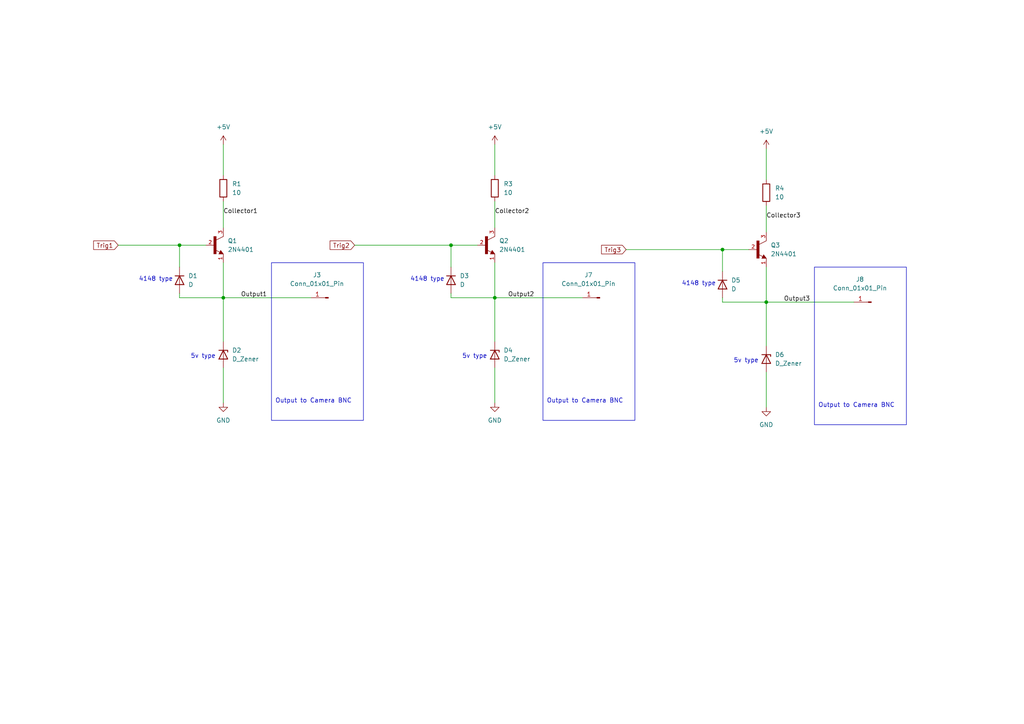
<source format=kicad_sch>
(kicad_sch (version 20250114) (generator "eeschema") (generator_version "9.0")
  (paper "A4")
  (lib_symbols
    (symbol "2N4401:2N4401" (pin_names (offset 1.016))
      (property "Reference" "Q" (at 3.81 0 0))
      (property "Value" "2N4401" (at 3.81 -2.54 0))
      (symbol "2N4401_0_0"
        (rectangle (start -0.254 -2.54) (end 0.508 2.54) (stroke (width 0.1)) (fill (type outline)))
        (polyline (pts (xy 1.27 -2.54) (xy 1.778 -1.524)) (stroke (width 0.1524)))
        (polyline (pts (xy 1.524 -2.286) (xy 1.905 -2.286)) (stroke (width 0.254)))
        (polyline (pts (xy 1.524 -2.413) (xy 2.286 -2.413)) (stroke (width 0.254)))
        (polyline (pts (xy 1.54 -2.04) (xy 0.308 -1.424)) (stroke (width 0.1524)))
        (polyline (pts (xy 1.778 -1.524) (xy 2.54 -2.54)) (stroke (width 0.1524)))
        (polyline (pts (xy 1.778 -1.778) (xy 1.524 -2.286)) (stroke (width 0.254)))
        (polyline (pts (xy 1.905 -2.286) (xy 1.778 -2.032)) (stroke (width 0.254)))
        (polyline (pts (xy 2.286 -2.413) (xy 1.778 -1.778)) (stroke (width 0.254)))
        (polyline (pts (xy 2.54 2.54) (xy 0.508 1.524)) (stroke (width 0.1524)))
        (polyline (pts (xy 2.54 -2.54) (xy 1.27 -2.54)) (stroke (width 0.1524)))
        (pin passive line (at -2.54 0 0) (length 2.54) (name "~") (number "2"))
        (pin passive line (at 2.54 5.08 270) (length 2.54) (name "~") (number "3"))
        (pin passive line (at 2.54 -5.08 90) (length 2.54) (name "~") (number "1"))
      )
    )
    (symbol "Connector:Conn_01x01_Pin" (pin_names (offset 1.016) (hide yes))
      (property "Reference" "J" (at 0 2.54 0))
      (property "Value" "Conn_01x01_Pin" (at 0 -2.54 0))
      (symbol "Conn_01x01_Pin_1_1"
        (rectangle (start 0.8636 0.127) (end 0 -0.127) (stroke (width 0.1524)) (fill (type outline)))
        (polyline (pts (xy 1.27 0) (xy 0.8636 0)) (stroke (width 0.1524)))
        (pin passive line (at 5.08 0 180) (length 3.81) (name "Pin_1") (number "1"))
      )
    )
    (symbol "Device:D" (pin_numbers (hide yes)) (pin_names (offset 1.016) (hide yes))
      (property "Reference" "D" (at 0 2.54 0))
      (property "Value" "D" (at 0 -2.54 0))
      (symbol "D_0_1"
        (polyline (pts (xy -1.27 1.27) (xy -1.27 -1.27)) (stroke (width 0.254)))
        (polyline (pts (xy 1.27 1.27) (xy 1.27 -1.27) (xy -1.27 0) (xy 1.27 1.27)) (stroke (width 0.254)))
        (polyline (pts (xy 1.27 0) (xy -1.27 0)))
      )
      (symbol "D_1_1"
        (pin passive line (at -3.81 0 0) (length 2.54) (name "K") (number "1"))
        (pin passive line (at 3.81 0 180) (length 2.54) (name "A") (number "2"))
      )
    )
    (symbol "Device:D_Zener" (pin_numbers (hide yes)) (pin_names (offset 1.016) (hide yes))
      (property "Reference" "D" (at 0 2.54 0))
      (property "Value" "D_Zener" (at 0 -2.54 0))
      (symbol "D_Zener_0_1"
        (polyline (pts (xy -1.27 -1.27) (xy -1.27 1.27) (xy -0.762 1.27)) (stroke (width 0.254)))
        (polyline (pts (xy 1.27 0) (xy -1.27 0)))
        (polyline (pts (xy 1.27 -1.27) (xy 1.27 1.27) (xy -1.27 0) (xy 1.27 -1.27)) (stroke (width 0.254)))
      )
      (symbol "D_Zener_1_1"
        (pin passive line (at -3.81 0 0) (length 2.54) (name "K") (number "1"))
        (pin passive line (at 3.81 0 180) (length 2.54) (name "A") (number "2"))
      )
    )
    (symbol "Device:R" (pin_numbers (hide yes)) (pin_names (offset 0))
      (property "Reference" "R" (at 2.032 0 90))
      (property "Value" "R" (at 0 0 90))
      (symbol "R_0_1"
        (rectangle (start -1.016 -2.54) (end 1.016 2.54) (stroke (width 0.254)))
      )
      (symbol "R_1_1"
        (pin passive line (at 0 3.81 270) (length 1.27) (name "~") (number "1"))
        (pin passive line (at 0 -3.81 90) (length 1.27) (name "~") (number "2"))
      )
    )
    (symbol "power:+5V" (power) (pin_numbers (hide yes)) (pin_names (offset 0) (hide yes))
      (property "Value" "+5V" (at 0 3.556 0))
      (symbol "+5V_0_1"
        (polyline (pts (xy -0.762 1.27) (xy 0 2.54)))
        (polyline (pts (xy 0 2.54) (xy 0.762 1.27)))
        (polyline (pts (xy 0 0) (xy 0 2.54)))
      )
      (symbol "+5V_1_1"
        (pin power_in line (at 0 0 90) (length 0) (name "~") (number "1"))
      )
    )
    (symbol "power:GND" (power) (pin_numbers (hide yes)) (pin_names (offset 0) (hide yes))
      (property "Value" "GND" (at 0 -3.81 0))
      (symbol "GND_0_1"
        (polyline (pts (xy 0 0) (xy 0 -1.27) (xy 1.27 -1.27) (xy 0 -2.54) (xy -1.27 -1.27) (xy 0 -1.27)))
      )
      (symbol "GND_1_1"
        (pin power_in line (at 0 0 270) (length 0) (name "~") (number "1"))
      )
    )
  )
  (rectangle (start 236.22 77.47) (end 262.89 123.19))
  (rectangle (start 157.48 76.2) (end 184.15 121.92))
  (rectangle (start 78.74 76.2) (end 105.41 121.92))
  (text "5v type" (at 58.928 103.378 0) (effects (font (size 1.27 1.27))))
  (text "4148 type" (at 45.212 81.026 0) (effects (font (size 1.27 1.27))))
  (text "Output to Camera BNC" (at 248.412 117.602 0) (effects (font (size 1.27 1.27))))
  (text "Output to Camera BNC" (at 90.932 116.332 0) (effects (font (size 1.27 1.27))))
  (text "4148 type" (at 123.952 81.026 0) (effects (font (size 1.27 1.27))))
  (text "5v type" (at 216.408 104.648 0) (effects (font (size 1.27 1.27))))
  (text "5v type" (at 137.668 103.378 0) (effects (font (size 1.27 1.27))))
  (text "Output to Camera BNC" (at 169.672 116.332 0) (effects (font (size 1.27 1.27))))
  (text "4148 type" (at 202.692 82.296 0) (effects (font (size 1.27 1.27))))
  (junction (at 64.77 86.36))
  (junction (at 222.25 87.63))
  (junction (at 130.81 71.12))
  (junction (at 52.07 71.12))
  (junction (at 143.51 86.36))
  (junction (at 209.55 72.39))
  (wire (pts (xy 64.77 86.36) (xy 64.77 99.06)))
  (wire (pts (xy 64.77 41.91) (xy 64.77 50.8)))
  (wire (pts (xy 130.81 71.12) (xy 138.43 71.12)))
  (wire (pts (xy 102.87 71.12) (xy 130.81 71.12)))
  (wire (pts (xy 52.07 71.12) (xy 59.69 71.12)))
  (wire (pts (xy 181.61 72.39) (xy 209.55 72.39)))
  (wire (pts (xy 222.25 43.18) (xy 222.25 52.07)))
  (wire (pts (xy 64.77 76.2) (xy 64.77 86.36)))
  (wire (pts (xy 143.51 76.2) (xy 143.51 86.36)))
  (wire (pts (xy 143.51 58.42) (xy 143.51 66.04)))
  (wire (pts (xy 143.51 86.36) (xy 143.51 99.06)))
  (wire (pts (xy 52.07 71.12) (xy 52.07 77.47)))
  (wire (pts (xy 209.55 72.39) (xy 209.55 78.74)))
  (wire (pts (xy 222.25 59.69) (xy 222.25 67.31)))
  (wire (pts (xy 222.25 87.63) (xy 222.25 100.33)))
  (wire (pts (xy 209.55 86.36) (xy 209.55 87.63)))
  (wire (pts (xy 64.77 58.42) (xy 64.77 66.04)))
  (wire (pts (xy 209.55 87.63) (xy 222.25 87.63)))
  (wire (pts (xy 143.51 41.91) (xy 143.51 50.8)))
  (wire (pts (xy 209.55 72.39) (xy 217.17 72.39)))
  (wire (pts (xy 222.25 87.63) (xy 247.65 87.63)))
  (wire (pts (xy 52.07 85.09) (xy 52.07 86.36)))
  (wire (pts (xy 222.25 77.47) (xy 222.25 87.63)))
  (wire (pts (xy 130.81 86.36) (xy 143.51 86.36)))
  (wire (pts (xy 143.51 86.36) (xy 168.91 86.36)))
  (wire (pts (xy 222.25 107.95) (xy 222.25 118.11)))
  (wire (pts (xy 64.77 106.68) (xy 64.77 116.84)))
  (wire (pts (xy 143.51 106.68) (xy 143.51 116.84)))
  (wire (pts (xy 64.77 86.36) (xy 90.17 86.36)))
  (wire (pts (xy 130.81 71.12) (xy 130.81 77.47)))
  (wire (pts (xy 130.81 85.09) (xy 130.81 86.36)))
  (wire (pts (xy 34.29 71.12) (xy 52.07 71.12)))
  (wire (pts (xy 52.07 86.36) (xy 64.77 86.36)))
  (label "Output3" (at 227.33 87.63 0))
  (label "Collector1" (at 64.77 62.23 0))
  (label "Output1" (at 69.85 86.36 0))
  (label "Collector2" (at 143.51 62.23 0))
  (label "Collector3" (at 222.25 63.5 0))
  (label "Output2" (at 147.32 86.36 0))
  (global_label "Trig1" (shape input) (at 34.29 71.12 180) (property "Intersheetrefs" "${INTERSHEET_REFS}" (effects (hide yes))))
  (global_label "Trig3" (shape input) (at 181.61 72.39 180) (property "Intersheetrefs" "${INTERSHEET_REFS}" (effects (hide yes))))
  (global_label "Trig2" (shape input) (at 102.87 71.12 180) (property "Intersheetrefs" "${INTERSHEET_REFS}" (effects (hide yes))))
  (symbol (lib_id "Connector:Conn_01x01_Pin") (at 252.73 87.63 0) (mirror y) (unit 1)
    (property "Reference" "J8" (at 249.428 81.026 0))
    (property "Value" "Conn_01x01_Pin" (at 249.428 83.566 0))
    (property "Footprint" "Connector_TE-Connectivity:TE_MATE-N-LOK_1-794374-x_1x01_P4.14mm_Horizontal" (effects (hide yes)))
    (property "Description" "Generic connector, single row, 01x01, script generated" (effects (hide yes)))
  )
  (symbol (lib_id "power:GND") (at 64.77 116.84 0) (unit 1)
    (property "Reference" "#PWR08" (effects (hide yes)))
    (property "Value" "GND" (at 64.77 121.92 0))
    (property "Description" "Power symbol creates a global label with name \"GND\" , ground" (effects (hide yes)))
  )
  (symbol (lib_id "Device:R") (at 64.77 54.61 0) (unit 1)
    (property "Reference" "R1" (at 67.31 53.3399 0) (effects (justify left)))
    (property "Value" "10" (at 67.31 55.8799 0) (effects (justify left)))
    (property "Footprint" "Resistor_THT:R_Axial_DIN0207_L6.3mm_D2.5mm_P15.24mm_Horizontal" (effects (hide yes)))
    (property "Description" "Resistor" (effects (hide yes)))
  )
  (symbol (lib_id "power:+5V") (at 64.77 41.91 0) (unit 1)
    (property "Reference" "#PWR06" (effects (hide yes)))
    (property "Value" "+5V" (at 64.77 36.83 0))
    (property "Description" "Power symbol creates a global label with name \"+5V\"" (effects (hide yes)))
  )
  (symbol (lib_id "Device:D_Zener") (at 143.51 102.87 270) (unit 1)
    (property "Reference" "D4" (at 146.05 101.5999 90) (effects (justify left)))
    (property "Value" "D_Zener" (at 146.05 104.1399 90) (effects (justify left)))
    (property "Footprint" "Diode_THT:D_T-1_P10.16mm_Horizontal" (effects (hide yes)))
    (property "Description" "Zener diode" (effects (hide yes)))
  )
  (symbol (lib_id "2N4401:2N4401") (at 62.23 71.12 0) (unit 1)
    (property "Reference" "Q1" (at 66.04 69.8499 0) (effects (justify left)))
    (property "Value" "2N4401" (at 66.04 72.3899 0) (effects (justify left)))
    (property "Footprint" "2N4401SNAP:TO92" (effects (hide yes)))
    (property "MF" "Central Semiconductor" (effects (hide yes)))
    (property "Description_1" "\n                        \n                            BJT, NPN, 40V, 600MA, TO-92; Transistor; BJT, NPN, 40V, 600MA, TO-92; Transistor Polarity:NPN; Collector Emitter Voltage V(br)ceo:40V; Transition Frequency Typ ft:250MHz; Power Dissipation Pd:1.5W; DC Collector Current:0.6A; DC Current Gain hFE:100\n                        \n" (effects (hide yes)))
    (property "Package" "TO-92 Central Semiconductor" (effects (hide yes)))
    (property "Price" "None" (effects (hide yes)))
    (property "SnapEDA_Link" "https://www.snapeda.com/parts/2N4401/Central+Components+Manufacturing/view-part/?ref=snap" (effects (hide yes)))
    (property "MP" "2N4401" (effects (hide yes)))
    (property "Availability" "In Stock" (effects (hide yes)))
    (property "Check_prices" "https://www.snapeda.com/parts/2N4401/Central+Components+Manufacturing/view-part/?ref=eda" (effects (hide yes)))
  )
  (symbol (lib_id "power:GND") (at 143.51 116.84 0) (unit 1)
    (property "Reference" "#PWR010" (effects (hide yes)))
    (property "Value" "GND" (at 143.51 121.92 0))
    (property "Description" "Power symbol creates a global label with name \"GND\" , ground" (effects (hide yes)))
  )
  (symbol (lib_id "power:+5V") (at 143.51 41.91 0) (unit 1)
    (property "Reference" "#PWR09" (effects (hide yes)))
    (property "Value" "+5V" (at 143.51 36.83 0))
    (property "Description" "Power symbol creates a global label with name \"+5V\"" (effects (hide yes)))
  )
  (symbol (lib_id "Device:R") (at 143.51 54.61 0) (unit 1)
    (property "Reference" "R3" (at 146.05 53.3399 0) (effects (justify left)))
    (property "Value" "10" (at 146.05 55.8799 0) (effects (justify left)))
    (property "Footprint" "Resistor_THT:R_Axial_DIN0207_L6.3mm_D2.5mm_P15.24mm_Horizontal" (effects (hide yes)))
    (property "Description" "Resistor" (effects (hide yes)))
  )
  (symbol (lib_id "Device:D") (at 52.07 81.28 270) (unit 1)
    (property "Reference" "D1" (at 54.61 80.0099 90) (effects (justify left)))
    (property "Value" "D" (at 54.61 82.5499 90) (effects (justify left)))
    (property "Footprint" "Diode_THT:D_T-1_P10.16mm_Horizontal" (effects (hide yes)))
    (property "Description" "Diode" (effects (hide yes)))
    (property "Sim.Device" "D" (effects (hide yes)))
    (property "Sim.Pins" "1=K 2=A" (effects (hide yes)))
  )
  (symbol (lib_id "Device:D") (at 130.81 81.28 270) (unit 1)
    (property "Reference" "D3" (at 133.35 80.0099 90) (effects (justify left)))
    (property "Value" "D" (at 133.35 82.5499 90) (effects (justify left)))
    (property "Footprint" "Diode_THT:D_T-1_P10.16mm_Horizontal" (effects (hide yes)))
    (property "Description" "Diode" (effects (hide yes)))
    (property "Sim.Device" "D" (effects (hide yes)))
    (property "Sim.Pins" "1=K 2=A" (effects (hide yes)))
  )
  (symbol (lib_id "Device:D") (at 209.55 82.55 270) (unit 1)
    (property "Reference" "D5" (at 212.09 81.2799 90) (effects (justify left)))
    (property "Value" "D" (at 212.09 83.8199 90) (effects (justify left)))
    (property "Footprint" "Diode_THT:D_T-1_P10.16mm_Horizontal" (effects (hide yes)))
    (property "Description" "Diode" (effects (hide yes)))
    (property "Sim.Device" "D" (effects (hide yes)))
    (property "Sim.Pins" "1=K 2=A" (effects (hide yes)))
  )
  (symbol (lib_id "Device:R") (at 222.25 55.88 0) (unit 1)
    (property "Reference" "R4" (at 224.79 54.6099 0) (effects (justify left)))
    (property "Value" "10" (at 224.79 57.1499 0) (effects (justify left)))
    (property "Footprint" "Resistor_THT:R_Axial_DIN0207_L6.3mm_D2.5mm_P15.24mm_Horizontal" (effects (hide yes)))
    (property "Description" "Resistor" (effects (hide yes)))
  )
  (symbol (lib_id "power:+5V") (at 222.25 43.18 0) (unit 1)
    (property "Reference" "#PWR011" (effects (hide yes)))
    (property "Value" "+5V" (at 222.25 38.1 0))
    (property "Description" "Power symbol creates a global label with name \"+5V\"" (effects (hide yes)))
  )
  (symbol (lib_id "2N4401:2N4401") (at 219.71 72.39 0) (unit 1)
    (property "Reference" "Q3" (at 223.52 71.1199 0) (effects (justify left)))
    (property "Value" "2N4401" (at 223.52 73.6599 0) (effects (justify left)))
    (property "Footprint" "2N4401SNAP:TO92" (effects (hide yes)))
    (property "MF" "Central Semiconductor" (effects (hide yes)))
    (property "Description_1" "\n                        \n                            BJT, NPN, 40V, 600MA, TO-92; Transistor; BJT, NPN, 40V, 600MA, TO-92; Transistor Polarity:NPN; Collector Emitter Voltage V(br)ceo:40V; Transition Frequency Typ ft:250MHz; Power Dissipation Pd:1.5W; DC Collector Current:0.6A; DC Current Gain hFE:100\n                        \n" (effects (hide yes)))
    (property "Package" "TO-92 Central Semiconductor" (effects (hide yes)))
    (property "Price" "None" (effects (hide yes)))
    (property "SnapEDA_Link" "https://www.snapeda.com/parts/2N4401/Central+Components+Manufacturing/view-part/?ref=snap" (effects (hide yes)))
    (property "MP" "2N4401" (effects (hide yes)))
    (property "Availability" "In Stock" (effects (hide yes)))
    (property "Check_prices" "https://www.snapeda.com/parts/2N4401/Central+Components+Manufacturing/view-part/?ref=eda" (effects (hide yes)))
  )
  (symbol (lib_id "Connector:Conn_01x01_Pin") (at 95.25 86.36 0) (mirror y) (unit 1)
    (property "Reference" "J3" (at 91.948 79.756 0))
    (property "Value" "Conn_01x01_Pin" (at 91.948 82.296 0))
    (property "Footprint" "Connector_TE-Connectivity:TE_MATE-N-LOK_1-794374-x_1x01_P4.14mm_Horizontal" (effects (hide yes)))
    (property "Description" "Generic connector, single row, 01x01, script generated" (effects (hide yes)))
  )
  (symbol (lib_id "Connector:Conn_01x01_Pin") (at 173.99 86.36 0) (mirror y) (unit 1)
    (property "Reference" "J7" (at 170.688 79.756 0))
    (property "Value" "Conn_01x01_Pin" (at 170.688 82.296 0))
    (property "Footprint" "Connector_TE-Connectivity:TE_MATE-N-LOK_1-794374-x_1x01_P4.14mm_Horizontal" (effects (hide yes)))
    (property "Description" "Generic connector, single row, 01x01, script generated" (effects (hide yes)))
  )
  (symbol (lib_id "2N4401:2N4401") (at 140.97 71.12 0) (unit 1)
    (property "Reference" "Q2" (at 144.78 69.8499 0) (effects (justify left)))
    (property "Value" "2N4401" (at 144.78 72.3899 0) (effects (justify left)))
    (property "Footprint" "2N4401SNAP:TO92" (effects (hide yes)))
    (property "MF" "Central Semiconductor" (effects (hide yes)))
    (property "Description_1" "\n                        \n                            BJT, NPN, 40V, 600MA, TO-92; Transistor; BJT, NPN, 40V, 600MA, TO-92; Transistor Polarity:NPN; Collector Emitter Voltage V(br)ceo:40V; Transition Frequency Typ ft:250MHz; Power Dissipation Pd:1.5W; DC Collector Current:0.6A; DC Current Gain hFE:100\n                        \n" (effects (hide yes)))
    (property "Package" "TO-92 Central Semiconductor" (effects (hide yes)))
    (property "Price" "None" (effects (hide yes)))
    (property "SnapEDA_Link" "https://www.snapeda.com/parts/2N4401/Central+Components+Manufacturing/view-part/?ref=snap" (effects (hide yes)))
    (property "MP" "2N4401" (effects (hide yes)))
    (property "Availability" "In Stock" (effects (hide yes)))
    (property "Check_prices" "https://www.snapeda.com/parts/2N4401/Central+Components+Manufacturing/view-part/?ref=eda" (effects (hide yes)))
  )
  (symbol (lib_id "power:GND") (at 222.25 118.11 0) (unit 1)
    (property "Reference" "#PWR012" (effects (hide yes)))
    (property "Value" "GND" (at 222.25 123.19 0))
    (property "Description" "Power symbol creates a global label with name \"GND\" , ground" (effects (hide yes)))
  )
  (symbol (lib_id "Device:D_Zener") (at 64.77 102.87 270) (unit 1)
    (property "Reference" "D2" (at 67.31 101.5999 90) (effects (justify left)))
    (property "Value" "D_Zener" (at 67.31 104.1399 90) (effects (justify left)))
    (property "Footprint" "Diode_THT:D_T-1_P10.16mm_Horizontal" (effects (hide yes)))
    (property "Description" "Zener diode" (effects (hide yes)))
  )
  (symbol (lib_id "Device:D_Zener") (at 222.25 104.14 270) (unit 1)
    (property "Reference" "D6" (at 224.79 102.8699 90) (effects (justify left)))
    (property "Value" "D_Zener" (at 224.79 105.4099 90) (effects (justify left)))
    (property "Footprint" "Diode_THT:D_T-1_P10.16mm_Horizontal" (effects (hide yes)))
    (property "Description" "Zener diode" (effects (hide yes)))
  )
)
</source>
